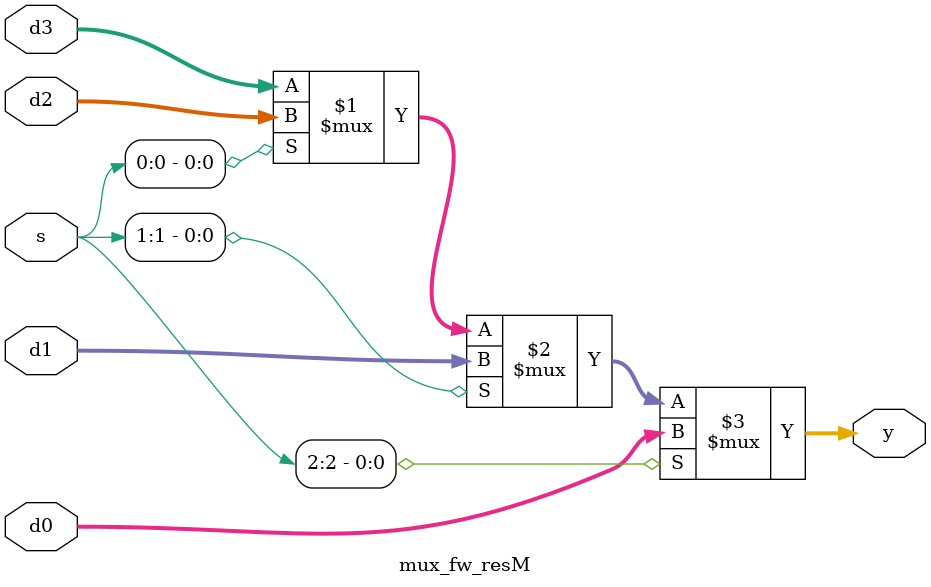
<source format=v>
module mux_fw_resM#(parameter DATA_WIDTH=64)
(
	input	[DATA_WIDTH-1:0]	d0,
	input	[DATA_WIDTH-1:0]	d1,
	input	[DATA_WIDTH-1:0]	d2,
	input	[DATA_WIDTH-1:0]	d3,

	input	[2:0]	s,
	output	[DATA_WIDTH-1:0]	y
);	

assign	y	=		s[2]	? 	d0	:
					s[1]	?	d1	:
					s[0]	?	d2	:	d3;

endmodule

</source>
